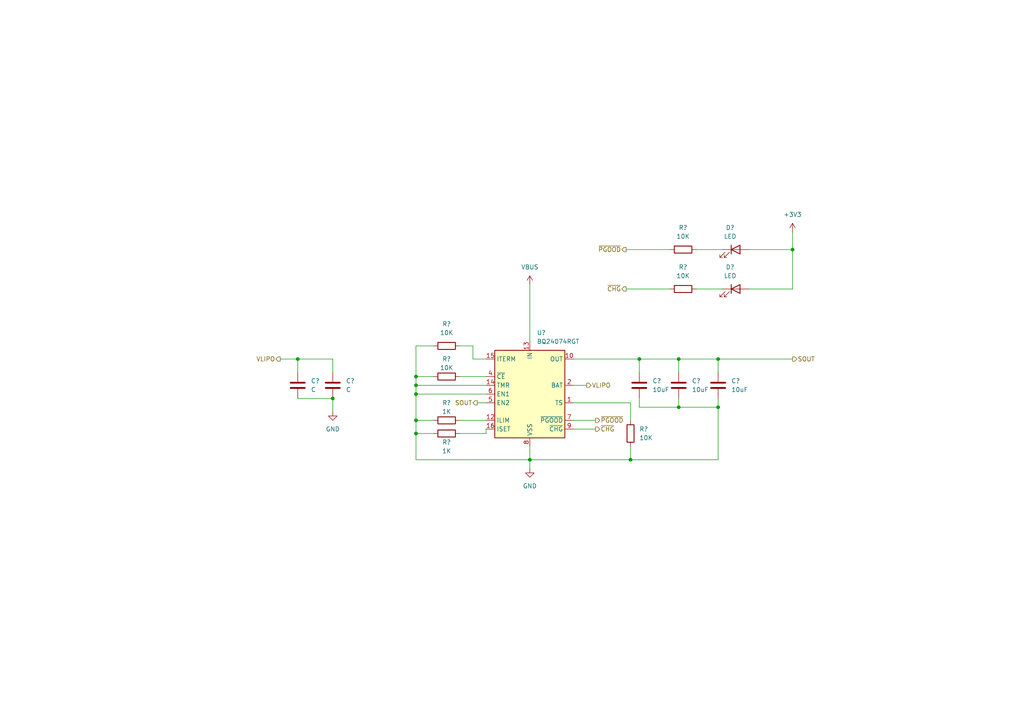
<source format=kicad_sch>
(kicad_sch (version 20211123) (generator eeschema)
  (paper "A4")
  (lib_symbols
    (symbol "Battery_Management:BQ24074RGT"
      (property "Reference" "U" (at -8.89 13.97 0))
      (property "Value" "BQ24074RGT" (at 16.51 13.97 0))
      (symbol "BQ24074RGT_0_1"
        (rectangle (start -10.16 12.7) (end 10.16 -12.7) (stroke (width 0.254)) (fill (type background)))
      )
      (symbol "BQ24074RGT_1_1"
        (pin passive line (at 12.7 -2.54 180) (length 2.54) (name "TS") (number "1"))
        (pin power_out line (at 12.7 10.16 180) (length 2.54) (name "OUT") (number "10"))
        (pin passive line (at 12.7 10.16 180) (length 2.54) hide (name "OUT") (number "11"))
        (pin passive line (at -12.7 -7.62 0) (length 2.54) (name "ILIM") (number "12"))
        (pin power_in line (at 0 15.24 270) (length 2.54) (name "IN") (number "13"))
        (pin input line (at -12.7 2.54 0) (length 2.54) (name "TMR") (number "14"))
        (pin input line (at -12.7 10.16 0) (length 2.54) (name "ITERM") (number "15"))
        (pin passive line (at -12.7 -10.16 0) (length 2.54) (name "ISET") (number "16"))
        (pin passive line (at 0 -15.24 90) (length 2.54) hide (name "VSS") (number "17"))
        (pin power_out line (at 12.7 2.54 180) (length 2.54) (name "BAT") (number "2"))
        (pin passive line (at 12.7 2.54 180) (length 2.54) hide (name "BAT") (number "3"))
        (pin input line (at -12.7 5.08 0) (length 2.54) (name "~{CE}") (number "4"))
        (pin input line (at -12.7 -2.54 0) (length 2.54) (name "EN2") (number "5"))
        (pin input line (at -12.7 0 0) (length 2.54) (name "EN1") (number "6"))
        (pin open_collector line (at 12.7 -7.62 180) (length 2.54) (name "~{PGOOD}") (number "7"))
        (pin power_in line (at 0 -15.24 90) (length 2.54) (name "VSS") (number "8"))
        (pin open_collector line (at 12.7 -10.16 180) (length 2.54) (name "~{CHG}") (number "9"))
      )
    )
    (symbol "Device:C" (pin_numbers hide) (pin_names (offset 0.254))
      (property "Reference" "C" (at 0.635 2.54 0))
      (property "Value" "C" (at 0.635 -2.54 0))
      (symbol "C_0_1"
        (polyline (pts (xy -2.032 -0.762) (xy 2.032 -0.762)) (stroke (width 0.508)))
        (polyline (pts (xy -2.032 0.762) (xy 2.032 0.762)) (stroke (width 0.508)))
      )
      (symbol "C_1_1"
        (pin passive line (at 0 3.81 270) (length 2.794) (name "~") (number "1"))
        (pin passive line (at 0 -3.81 90) (length 2.794) (name "~") (number "2"))
      )
    )
    (symbol "Device:LED" (pin_numbers hide) (pin_names (offset 1.016) hide)
      (property "Reference" "D" (at 0 2.54 0))
      (property "Value" "LED" (at 0 -2.54 0))
      (symbol "LED_0_1"
        (polyline (pts (xy -1.27 -1.27) (xy -1.27 1.27)) (stroke (width 0.254)))
        (polyline (pts (xy -1.27 0) (xy 1.27 0)))
        (polyline (pts (xy 1.27 -1.27) (xy 1.27 1.27) (xy -1.27 0) (xy 1.27 -1.27)) (stroke (width 0.254)))
        (polyline (pts (xy -3.048 -0.762) (xy -4.572 -2.286) (xy -3.81 -2.286) (xy -4.572 -2.286) (xy -4.572 -1.524)))
        (polyline (pts (xy -1.778 -0.762) (xy -3.302 -2.286) (xy -2.54 -2.286) (xy -3.302 -2.286) (xy -3.302 -1.524)))
      )
      (symbol "LED_1_1"
        (pin passive line (at -3.81 0 0) (length 2.54) (name "K") (number "1"))
        (pin passive line (at 3.81 0 180) (length 2.54) (name "A") (number "2"))
      )
    )
    (symbol "Device:R" (pin_numbers hide) (pin_names (offset 0))
      (property "Reference" "R" (at 2.032 0 90))
      (property "Value" "R" (at 0 0 90))
      (symbol "R_0_1"
        (rectangle (start -1.016 -2.54) (end 1.016 2.54) (stroke (width 0.254)))
      )
      (symbol "R_1_1"
        (pin passive line (at 0 3.81 270) (length 1.27) (name "~") (number "1"))
        (pin passive line (at 0 -3.81 90) (length 1.27) (name "~") (number "2"))
      )
    )
    (symbol "power:+3.3V" (power) (pin_names (offset 0))
      (property "Value" "+3.3V" (at 0 3.556 0))
      (symbol "+3.3V_0_1"
        (polyline (pts (xy -0.762 1.27) (xy 0 2.54)))
        (polyline (pts (xy 0 0) (xy 0 2.54)))
        (polyline (pts (xy 0 2.54) (xy 0.762 1.27)))
      )
      (symbol "+3.3V_1_1"
        (pin power_in line (at 0 0 90) (length 0) hide (name "+3V3") (number "1"))
      )
    )
    (symbol "power:GND" (power) (pin_names (offset 0))
      (property "Value" "GND" (at 0 -3.81 0))
      (symbol "GND_0_1"
        (polyline (pts (xy 0 0) (xy 0 -1.27) (xy 1.27 -1.27) (xy 0 -2.54) (xy -1.27 -1.27) (xy 0 -1.27)))
      )
      (symbol "GND_1_1"
        (pin power_in line (at 0 0 270) (length 0) hide (name "GND") (number "1"))
      )
    )
    (symbol "power:VBUS" (power) (pin_names (offset 0))
      (property "Value" "VBUS" (at 0 3.81 0))
      (symbol "VBUS_0_1"
        (polyline (pts (xy -0.762 1.27) (xy 0 2.54)))
        (polyline (pts (xy 0 0) (xy 0 2.54)))
        (polyline (pts (xy 0 2.54) (xy 0.762 1.27)))
      )
      (symbol "VBUS_1_1"
        (pin power_in line (at 0 0 90) (length 0) hide (name "VBUS") (number "1"))
      )
    )
  )
  (junction (at 182.88 133.35))
  (junction (at 86.36 104.14))
  (junction (at 120.65 121.92))
  (junction (at 208.28 118.11))
  (junction (at 229.87 72.39))
  (junction (at 120.65 114.3))
  (junction (at 208.28 104.14))
  (junction (at 153.67 133.35))
  (junction (at 196.85 118.11))
  (junction (at 120.65 125.73))
  (junction (at 120.65 111.76))
  (junction (at 120.65 109.22))
  (junction (at 185.42 104.14))
  (junction (at 96.52 115.57))
  (junction (at 196.85 104.14))
  (wire (pts (xy 137.16 100.33) (xy 133.35 100.33)))
  (wire (pts (xy 96.52 107.95) (xy 96.52 104.14)))
  (wire (pts (xy 133.35 121.92) (xy 140.97 121.92)))
  (wire (pts (xy 208.28 104.14) (xy 229.87 104.14)))
  (wire (pts (xy 137.16 104.14) (xy 137.16 100.33)))
  (wire (pts (xy 96.52 115.57) (xy 96.52 119.38)))
  (wire (pts (xy 138.43 116.84) (xy 140.97 116.84)))
  (wire (pts (xy 120.65 121.92) (xy 120.65 125.73)))
  (wire (pts (xy 217.17 83.82) (xy 229.87 83.82)))
  (wire (pts (xy 208.28 104.14) (xy 208.28 107.95)))
  (wire (pts (xy 166.37 124.46) (xy 172.72 124.46)))
  (wire (pts (xy 120.65 111.76) (xy 120.65 114.3)))
  (wire (pts (xy 229.87 83.82) (xy 229.87 72.39)))
  (wire (pts (xy 182.88 116.84) (xy 182.88 121.92)))
  (wire (pts (xy 120.65 133.35) (xy 153.67 133.35)))
  (wire (pts (xy 208.28 115.57) (xy 208.28 118.11)))
  (wire (pts (xy 185.42 104.14) (xy 185.42 107.95)))
  (wire (pts (xy 217.17 72.39) (xy 229.87 72.39)))
  (wire (pts (xy 125.73 121.92) (xy 120.65 121.92)))
  (wire (pts (xy 182.88 129.54) (xy 182.88 133.35)))
  (wire (pts (xy 133.35 109.22) (xy 140.97 109.22)))
  (wire (pts (xy 120.65 125.73) (xy 120.65 133.35)))
  (wire (pts (xy 125.73 109.22) (xy 120.65 109.22)))
  (wire (pts (xy 181.61 72.39) (xy 194.31 72.39)))
  (wire (pts (xy 86.36 104.14) (xy 96.52 104.14)))
  (wire (pts (xy 196.85 104.14) (xy 208.28 104.14)))
  (wire (pts (xy 125.73 100.33) (xy 120.65 100.33)))
  (wire (pts (xy 229.87 67.31) (xy 229.87 72.39)))
  (wire (pts (xy 81.28 104.14) (xy 86.36 104.14)))
  (wire (pts (xy 181.61 83.82) (xy 194.31 83.82)))
  (wire (pts (xy 120.65 114.3) (xy 140.97 114.3)))
  (wire (pts (xy 182.88 133.35) (xy 153.67 133.35)))
  (wire (pts (xy 196.85 118.11) (xy 208.28 118.11)))
  (wire (pts (xy 86.36 115.57) (xy 96.52 115.57)))
  (wire (pts (xy 153.67 133.35) (xy 153.67 135.89)))
  (wire (pts (xy 140.97 104.14) (xy 137.16 104.14)))
  (wire (pts (xy 196.85 115.57) (xy 196.85 118.11)))
  (wire (pts (xy 153.67 129.54) (xy 153.67 133.35)))
  (wire (pts (xy 208.28 133.35) (xy 182.88 133.35)))
  (wire (pts (xy 196.85 104.14) (xy 196.85 107.95)))
  (wire (pts (xy 140.97 111.76) (xy 120.65 111.76)))
  (wire (pts (xy 120.65 114.3) (xy 120.65 121.92)))
  (wire (pts (xy 120.65 100.33) (xy 120.65 109.22)))
  (wire (pts (xy 201.93 83.82) (xy 209.55 83.82)))
  (wire (pts (xy 166.37 111.76) (xy 170.18 111.76)))
  (wire (pts (xy 166.37 116.84) (xy 182.88 116.84)))
  (wire (pts (xy 166.37 104.14) (xy 185.42 104.14)))
  (wire (pts (xy 185.42 104.14) (xy 196.85 104.14)))
  (wire (pts (xy 185.42 118.11) (xy 196.85 118.11)))
  (wire (pts (xy 86.36 104.14) (xy 86.36 107.95)))
  (wire (pts (xy 201.93 72.39) (xy 209.55 72.39)))
  (wire (pts (xy 185.42 115.57) (xy 185.42 118.11)))
  (wire (pts (xy 140.97 125.73) (xy 140.97 124.46)))
  (wire (pts (xy 166.37 121.92) (xy 172.72 121.92)))
  (wire (pts (xy 120.65 109.22) (xy 120.65 111.76)))
  (wire (pts (xy 153.67 82.55) (xy 153.67 99.06)))
  (wire (pts (xy 133.35 125.73) (xy 140.97 125.73)))
  (wire (pts (xy 120.65 125.73) (xy 125.73 125.73)))
  (wire (pts (xy 208.28 118.11) (xy 208.28 133.35)))
  (hierarchical_label "SOUT" (shape output) (at 229.87 104.14 0))
  (hierarchical_label "~{CHG}" (shape output) (at 172.72 124.46 0))
  (hierarchical_label "VLIPO" (shape output) (at 81.28 104.14 180))
  (hierarchical_label "VLIPO" (shape output) (at 170.18 111.76 0))
  (hierarchical_label "~{PGOOD}" (shape output) (at 172.72 121.92 0))
  (hierarchical_label "~{PGOOD}" (shape output) (at 181.61 72.39 180))
  (hierarchical_label "~{CHG}" (shape output) (at 181.61 83.82 180))
  (hierarchical_label "SOUT" (shape output) (at 138.43 116.84 180))
  (symbol (lib_id "Device:R") (at 198.12 72.39 90) (unit 1)
    (property "Reference" "R?" (at 198.12 66.04 90))
    (property "Value" "10K" (at 198.12 68.58 90))
  )
  (symbol (lib_id "power:VBUS") (at 153.67 82.55 0) (unit 1)
    (property "Reference" "#PWR?" (effects hide))
    (property "Value" "VBUS" (at 153.67 77.47 0))
  )
  (symbol (lib_id "Device:R") (at 129.54 121.92 90) (unit 1)
    (property "Reference" "R?" (at 129.54 116.84 90))
    (property "Value" "1K" (at 129.54 119.38 90))
  )
  (symbol (lib_id "Device:LED") (at 213.36 72.39 0) (unit 1)
    (property "Reference" "D?" (at 211.7725 66.04 0))
    (property "Value" "LED" (at 211.7725 68.58 0))
  )
  (symbol (lib_id "Device:C") (at 185.42 111.76 0) (unit 1)
    (property "Reference" "C?" (at 189.23 110.4899 0) (effects (justify left)))
    (property "Value" "10uF" (at 189.23 113.0299 0) (effects (justify left)))
  )
  (symbol (lib_id "Device:C") (at 196.85 111.76 0) (unit 1)
    (property "Reference" "C?" (at 200.66 110.4899 0) (effects (justify left)))
    (property "Value" "10uF" (at 200.66 113.0299 0) (effects (justify left)))
  )
  (symbol (lib_id "Device:R") (at 129.54 109.22 90) (unit 1)
    (property "Reference" "R?" (at 129.54 104.14 90))
    (property "Value" "10K" (at 129.54 106.68 90))
  )
  (symbol (lib_id "Battery_Management:BQ24074RGT") (at 153.67 114.3 0) (unit 1)
    (property "Reference" "U?" (at 155.6894 96.52 0) (effects (justify left)))
    (property "Value" "BQ24074RGT" (at 155.6894 99.06 0) (effects (justify left)))
    (property "Footprint" "Package_DFN_QFN:VQFN-16-1EP_3x3mm_P0.5mm_EP1.6x1.6mm" (effects hide))
    (property "Datasheet" "http://www.ti.com/lit/ds/symlink/bq24074.pdf" (effects hide))
  )
  (symbol (lib_id "Device:C") (at 86.36 111.76 0) (unit 1)
    (property "Reference" "C?" (at 90.17 110.4899 0) (effects (justify left)))
    (property "Value" "C" (at 90.17 113.0299 0) (effects (justify left)))
  )
  (symbol (lib_id "power:+3.3V") (at 229.87 67.31 0) (unit 1)
    (property "Reference" "#PWR?" (effects hide))
    (property "Value" "+3.3V" (at 229.87 62.23 0))
  )
  (symbol (lib_id "Device:R") (at 129.54 100.33 90) (unit 1)
    (property "Reference" "R?" (at 129.54 93.98 90))
    (property "Value" "10K" (at 129.54 96.52 90))
  )
  (symbol (lib_id "Device:C") (at 208.28 111.76 0) (unit 1)
    (property "Reference" "C?" (at 212.09 110.4899 0) (effects (justify left)))
    (property "Value" "10uF" (at 212.09 113.0299 0) (effects (justify left)))
  )
  (symbol (lib_id "Device:R") (at 129.54 125.73 90) (unit 1)
    (property "Reference" "R?" (at 129.54 128.27 90))
    (property "Value" "1K" (at 129.54 130.81 90))
  )
  (symbol (lib_id "Device:LED") (at 213.36 83.82 0) (unit 1)
    (property "Reference" "D?" (at 211.7725 77.47 0))
    (property "Value" "LED" (at 211.7725 80.01 0))
  )
  (symbol (lib_id "Device:C") (at 96.52 111.76 0) (unit 1)
    (property "Reference" "C?" (at 100.33 110.4899 0) (effects (justify left)))
    (property "Value" "C" (at 100.33 113.0299 0) (effects (justify left)))
  )
  (symbol (lib_id "power:GND") (at 153.67 135.89 0) (unit 1)
    (property "Reference" "#PWR?" (effects hide))
    (property "Value" "GND" (at 153.67 140.97 0))
  )
  (symbol (lib_id "Device:R") (at 198.12 83.82 270) (unit 1)
    (property "Reference" "R?" (at 198.12 77.47 90))
    (property "Value" "10K" (at 198.12 80.01 90))
  )
  (symbol (lib_id "power:GND") (at 96.52 119.38 0) (unit 1)
    (property "Reference" "#PWR?" (effects hide))
    (property "Value" "GND" (at 96.52 124.46 0))
  )
  (symbol (lib_id "Device:R") (at 182.88 125.73 180) (unit 1)
    (property "Reference" "R?" (at 185.42 124.4599 0) (effects (justify right)))
    (property "Value" "10K" (at 185.42 126.9999 0) (effects (justify right)))
  )
)
</source>
